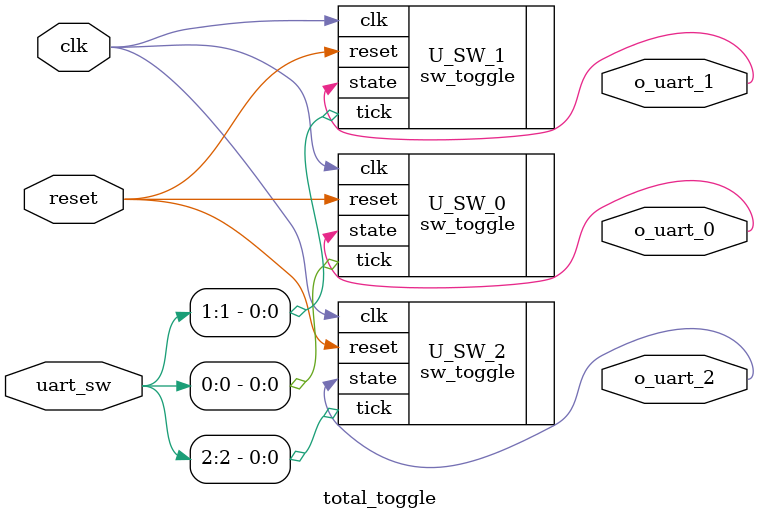
<source format=v>
`timescale 1ns / 1ps


module total_toggle (

    input        clk,
    input        reset,
    input  [2:0] uart_sw,
    output       o_uart_0,
    output       o_uart_1,
    output       o_uart_2


);

    sw_toggle U_SW_0 (
        .clk  (clk),
        .reset(reset),
        .tick (uart_sw[0]),
        .state(o_uart_0)
    );

    sw_toggle U_SW_1 (
        .clk  (clk),
        .reset(reset),
        .tick (uart_sw[1]),
        .state(o_uart_1)
    );

    sw_toggle U_SW_2 (
        .clk  (clk),
        .reset(reset),
        .tick (uart_sw[2]),
        .state(o_uart_2)
    );

endmodule

</source>
